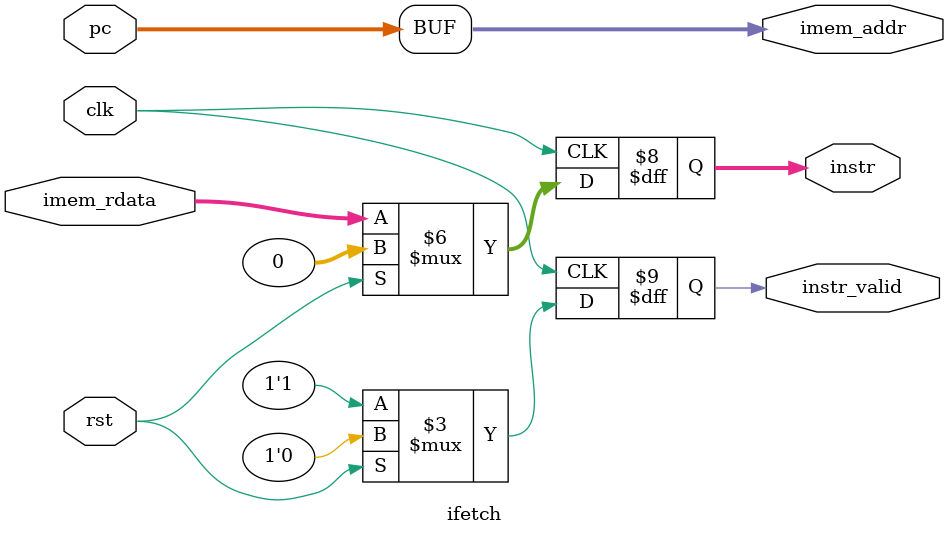
<source format=v>
`timescale 1ns / 1ps
`ifndef MISIRI_IFETCH_V
`define MISIRI_IFETCH_V


module ifetch (
    input  wire        clk,
    input  wire        rst,

    // PC actual
    input  wire [31:0] pc,

    // Interfaz a memoria de instrucciones
    output wire [31:0] imem_addr,
    input  wire [31:0] imem_rdata,

    // Salida hacia decode
    output reg  [31:0] instr,
    output reg         instr_valid
);

    // Dirección de instrucción = PC
    assign imem_addr = pc;

    always @(posedge clk) begin
        if (rst) begin
            instr       <= 32'd0;
            instr_valid <= 1'b0;
        end
        else begin
            instr       <= imem_rdata;
            instr_valid <= 1'b1;
        end
    end

endmodule

`endif

</source>
